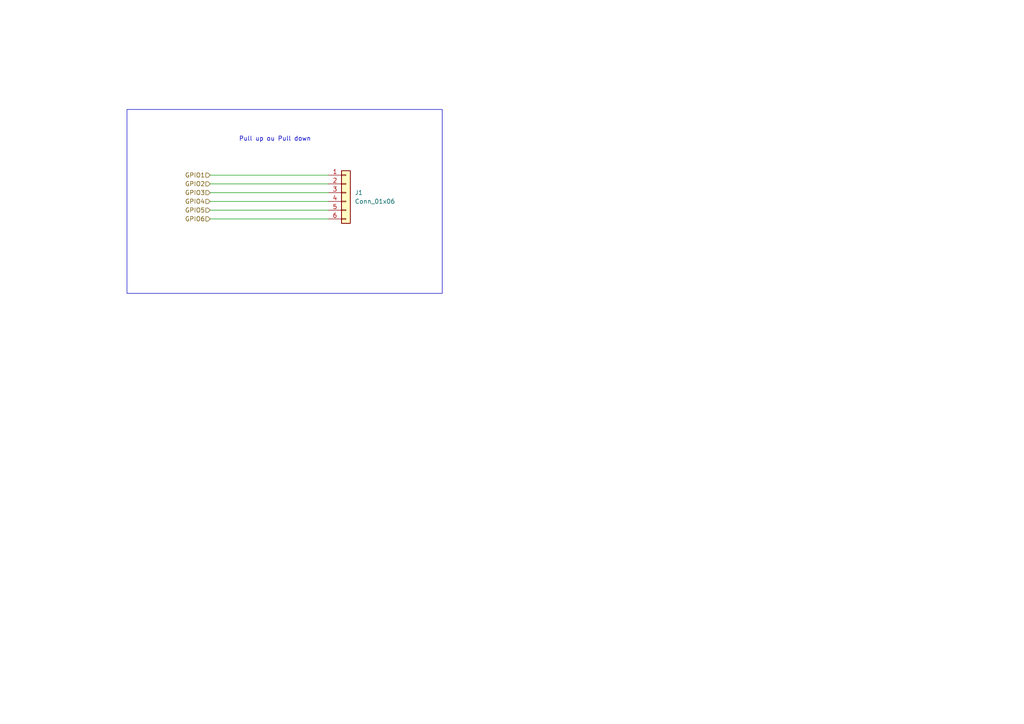
<source format=kicad_sch>
(kicad_sch (version 20250114) (generator "eeschema") (generator_version "9.0")
  (paper "A4")
  (lib_symbols
    (symbol "Connector_Generic:Conn_01x06" (pin_names (offset 1.016) (hide yes))
      (property "Reference" "J" (at 0 7.62 0))
      (property "Value" "Conn_01x06" (at 0 -10.16 0))
      (symbol "Conn_01x06_1_1"
        (rectangle (start -1.27 6.35) (end 1.27 -8.89) (stroke (width 0.254)) (fill (type background)))
        (rectangle (start -1.27 5.207) (end 0 4.953) (stroke (width 0.1524)))
        (rectangle (start -1.27 2.667) (end 0 2.413) (stroke (width 0.1524)))
        (rectangle (start -1.27 0.127) (end 0 -0.127) (stroke (width 0.1524)))
        (rectangle (start -1.27 -2.413) (end 0 -2.667) (stroke (width 0.1524)))
        (rectangle (start -1.27 -4.953) (end 0 -5.207) (stroke (width 0.1524)))
        (rectangle (start -1.27 -7.493) (end 0 -7.747) (stroke (width 0.1524)))
        (pin passive line (at -5.08 5.08 0) (length 3.81) (name "Pin_1") (number "1"))
        (pin passive line (at -5.08 2.54 0) (length 3.81) (name "Pin_2") (number "2"))
        (pin passive line (at -5.08 0 0) (length 3.81) (name "Pin_3") (number "3"))
        (pin passive line (at -5.08 -2.54 0) (length 3.81) (name "Pin_4") (number "4"))
        (pin passive line (at -5.08 -5.08 0) (length 3.81) (name "Pin_5") (number "5"))
        (pin passive line (at -5.08 -7.62 0) (length 3.81) (name "Pin_6") (number "6"))
      )
    )
  )
  (rectangle (start 36.83 31.75) (end 128.27 85.09))
  (text "Pull up ou Pull down\n" (at 79.756 40.386 0) (effects (font (size 1.27 1.27))))
  (wire (pts (xy 60.96 63.5) (xy 95.25 63.5)))
  (wire (pts (xy 60.96 58.42) (xy 95.25 58.42)))
  (wire (pts (xy 60.96 53.34) (xy 95.25 53.34)))
  (wire (pts (xy 60.96 55.88) (xy 95.25 55.88)))
  (wire (pts (xy 60.96 50.8) (xy 95.25 50.8)))
  (wire (pts (xy 60.96 60.96) (xy 95.25 60.96)))
  (hierarchical_label "GPIO5" (shape input) (at 60.96 60.96 180))
  (hierarchical_label "GPIO2" (shape input) (at 60.96 53.34 180))
  (hierarchical_label "GPIO6" (shape input) (at 60.96 63.5 180))
  (hierarchical_label "GPIO3" (shape input) (at 60.96 55.88 180))
  (hierarchical_label "GPIO1" (shape input) (at 60.96 50.8 180))
  (hierarchical_label "GPIO4" (shape input) (at 60.96 58.42 180))
  (symbol (lib_id "Connector_Generic:Conn_01x06") (at 100.33 55.88 0) (unit 1)
    (property "Reference" "J1" (at 102.87 55.8799 0) (effects (justify left)))
    (property "Value" "Conn_01x06" (at 102.87 58.4199 0) (effects (justify left)))
    (property "Description" "Generic connector, single row, 01x06, script generated (kicad-library-utils/schlib/autogen/connector/)" (effects (hide yes)))
  )
)
</source>
